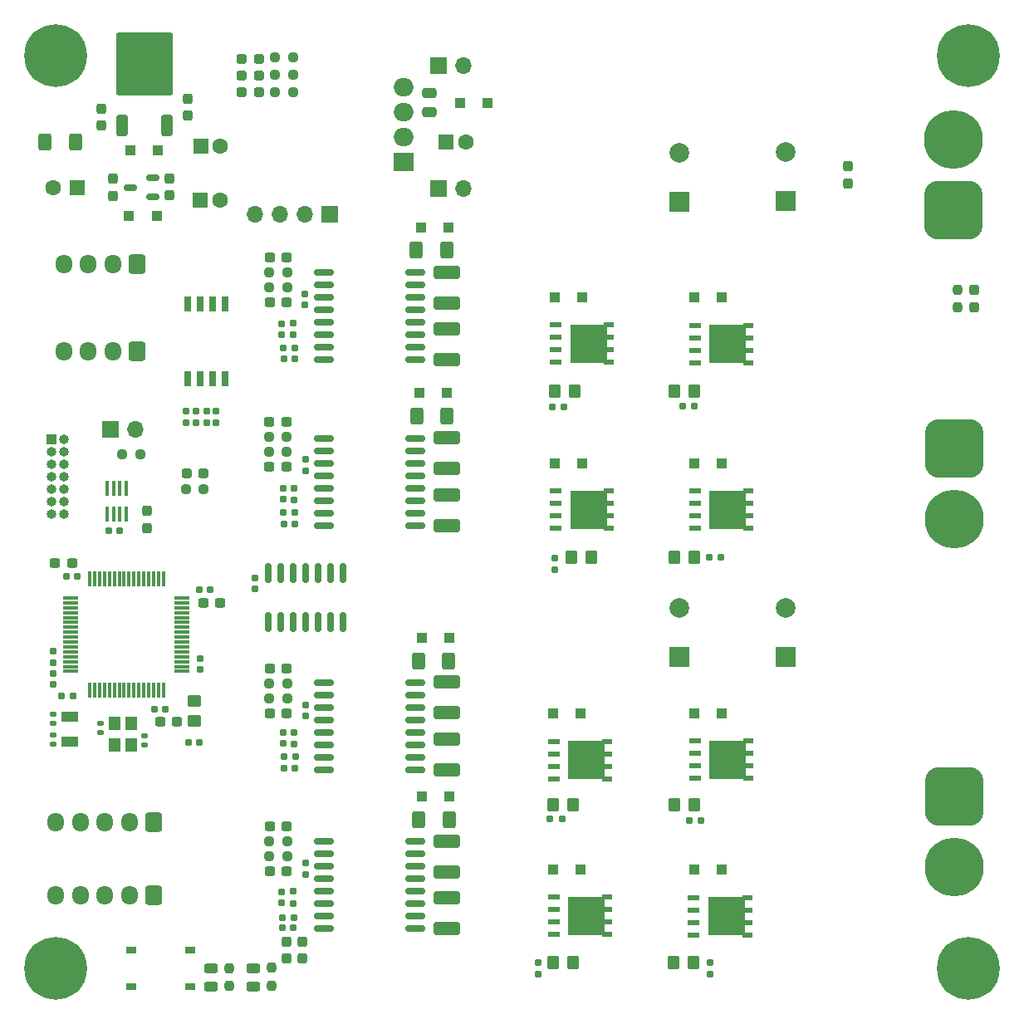
<source format=gts>
%TF.GenerationSoftware,KiCad,Pcbnew,7.0.9*%
%TF.CreationDate,2024-10-14T12:04:04+09:00*%
%TF.ProjectId,schematic_MD,73636865-6d61-4746-9963-5f4d442e6b69,rev?*%
%TF.SameCoordinates,PX5a53c78PY8528228*%
%TF.FileFunction,Soldermask,Top*%
%TF.FilePolarity,Negative*%
%FSLAX46Y46*%
G04 Gerber Fmt 4.6, Leading zero omitted, Abs format (unit mm)*
G04 Created by KiCad (PCBNEW 7.0.9) date 2024-10-14 12:04:04*
%MOMM*%
%LPD*%
G01*
G04 APERTURE LIST*
G04 Aperture macros list*
%AMRoundRect*
0 Rectangle with rounded corners*
0 $1 Rounding radius*
0 $2 $3 $4 $5 $6 $7 $8 $9 X,Y pos of 4 corners*
0 Add a 4 corners polygon primitive as box body*
4,1,4,$2,$3,$4,$5,$6,$7,$8,$9,$2,$3,0*
0 Add four circle primitives for the rounded corners*
1,1,$1+$1,$2,$3*
1,1,$1+$1,$4,$5*
1,1,$1+$1,$6,$7*
1,1,$1+$1,$8,$9*
0 Add four rect primitives between the rounded corners*
20,1,$1+$1,$2,$3,$4,$5,0*
20,1,$1+$1,$4,$5,$6,$7,0*
20,1,$1+$1,$6,$7,$8,$9,0*
20,1,$1+$1,$8,$9,$2,$3,0*%
G04 Aperture macros list end*
%ADD10R,1.270000X0.610000*%
%ADD11R,1.020000X0.610000*%
%ADD12R,3.810000X3.910000*%
%ADD13C,0.600000*%
%ADD14RoundRect,0.250000X0.350000X-0.850000X0.350000X0.850000X-0.350000X0.850000X-0.350000X-0.850000X0*%
%ADD15RoundRect,0.249997X2.650003X-2.950003X2.650003X2.950003X-2.650003X2.950003X-2.650003X-2.950003X0*%
%ADD16RoundRect,0.237500X-0.250000X-0.237500X0.250000X-0.237500X0.250000X0.237500X-0.250000X0.237500X0*%
%ADD17RoundRect,0.237500X-0.287500X-0.237500X0.287500X-0.237500X0.287500X0.237500X-0.287500X0.237500X0*%
%ADD18R,1.700000X1.700000*%
%ADD19O,1.700000X1.700000*%
%ADD20RoundRect,0.237500X0.237500X-0.300000X0.237500X0.300000X-0.237500X0.300000X-0.237500X-0.300000X0*%
%ADD21RoundRect,0.160000X-0.160000X0.197500X-0.160000X-0.197500X0.160000X-0.197500X0.160000X0.197500X0*%
%ADD22R,0.760000X1.600000*%
%ADD23RoundRect,0.237500X-0.237500X0.250000X-0.237500X-0.250000X0.237500X-0.250000X0.237500X0.250000X0*%
%ADD24RoundRect,0.243750X-0.456250X0.243750X-0.456250X-0.243750X0.456250X-0.243750X0.456250X0.243750X0*%
%ADD25RoundRect,0.237500X0.300000X0.237500X-0.300000X0.237500X-0.300000X-0.237500X0.300000X-0.237500X0*%
%ADD26RoundRect,0.250000X-1.100000X0.412500X-1.100000X-0.412500X1.100000X-0.412500X1.100000X0.412500X0*%
%ADD27RoundRect,0.250000X-0.450000X0.350000X-0.450000X-0.350000X0.450000X-0.350000X0.450000X0.350000X0*%
%ADD28RoundRect,0.155000X0.212500X0.155000X-0.212500X0.155000X-0.212500X-0.155000X0.212500X-0.155000X0*%
%ADD29RoundRect,0.250000X-0.300000X-0.300000X0.300000X-0.300000X0.300000X0.300000X-0.300000X0.300000X0*%
%ADD30RoundRect,0.075000X0.075000X-0.700000X0.075000X0.700000X-0.075000X0.700000X-0.075000X-0.700000X0*%
%ADD31RoundRect,0.075000X0.700000X-0.075000X0.700000X0.075000X-0.700000X0.075000X-0.700000X-0.075000X0*%
%ADD32RoundRect,0.237500X0.250000X0.237500X-0.250000X0.237500X-0.250000X-0.237500X0.250000X-0.237500X0*%
%ADD33R,1.600000X1.600000*%
%ADD34C,1.600000*%
%ADD35RoundRect,0.155000X-0.212500X-0.155000X0.212500X-0.155000X0.212500X0.155000X-0.212500X0.155000X0*%
%ADD36RoundRect,0.140000X-0.170000X0.140000X-0.170000X-0.140000X0.170000X-0.140000X0.170000X0.140000X0*%
%ADD37RoundRect,0.250000X-0.400000X-0.625000X0.400000X-0.625000X0.400000X0.625000X-0.400000X0.625000X0*%
%ADD38R,0.400000X1.560000*%
%ADD39RoundRect,0.250000X-0.475000X0.250000X-0.475000X-0.250000X0.475000X-0.250000X0.475000X0.250000X0*%
%ADD40R,1.000000X1.000000*%
%ADD41O,1.000000X1.000000*%
%ADD42R,1.000000X0.750000*%
%ADD43RoundRect,0.160000X0.197500X0.160000X-0.197500X0.160000X-0.197500X-0.160000X0.197500X-0.160000X0*%
%ADD44RoundRect,0.155000X-0.155000X0.212500X-0.155000X-0.212500X0.155000X-0.212500X0.155000X0.212500X0*%
%ADD45RoundRect,0.150000X0.150000X-0.825000X0.150000X0.825000X-0.150000X0.825000X-0.150000X-0.825000X0*%
%ADD46R,1.200000X1.400000*%
%ADD47RoundRect,0.250000X0.300000X0.300000X-0.300000X0.300000X-0.300000X-0.300000X0.300000X-0.300000X0*%
%ADD48RoundRect,0.250000X-0.350000X-0.450000X0.350000X-0.450000X0.350000X0.450000X-0.350000X0.450000X0*%
%ADD49R,2.000000X2.000000*%
%ADD50C,2.000000*%
%ADD51RoundRect,0.150000X-0.875000X-0.150000X0.875000X-0.150000X0.875000X0.150000X-0.875000X0.150000X0*%
%ADD52RoundRect,0.155000X0.155000X-0.212500X0.155000X0.212500X-0.155000X0.212500X-0.155000X-0.212500X0*%
%ADD53RoundRect,0.250000X0.350000X0.450000X-0.350000X0.450000X-0.350000X-0.450000X0.350000X-0.450000X0*%
%ADD54RoundRect,0.237500X0.237500X-0.287500X0.237500X0.287500X-0.237500X0.287500X-0.237500X-0.287500X0*%
%ADD55RoundRect,0.237500X-0.237500X0.300000X-0.237500X-0.300000X0.237500X-0.300000X0.237500X0.300000X0*%
%ADD56RoundRect,0.150000X0.512500X0.150000X-0.512500X0.150000X-0.512500X-0.150000X0.512500X-0.150000X0*%
%ADD57RoundRect,1.500000X-1.500000X1.500000X-1.500000X-1.500000X1.500000X-1.500000X1.500000X1.500000X0*%
%ADD58C,6.000000*%
%ADD59RoundRect,0.250000X0.600000X0.725000X-0.600000X0.725000X-0.600000X-0.725000X0.600000X-0.725000X0*%
%ADD60O,1.700000X1.950000*%
%ADD61C,0.800000*%
%ADD62C,6.400000*%
%ADD63R,1.800000X1.000000*%
%ADD64RoundRect,0.160000X-0.197500X-0.160000X0.197500X-0.160000X0.197500X0.160000X-0.197500X0.160000X0*%
%ADD65R,2.000000X1.905000*%
%ADD66O,2.000000X1.905000*%
%ADD67RoundRect,0.140000X0.170000X-0.140000X0.170000X0.140000X-0.170000X0.140000X-0.170000X-0.140000X0*%
%ADD68RoundRect,0.237500X0.237500X-0.250000X0.237500X0.250000X-0.237500X0.250000X-0.237500X-0.250000X0*%
%ADD69RoundRect,0.237500X-0.300000X-0.237500X0.300000X-0.237500X0.300000X0.237500X-0.300000X0.237500X0*%
%ADD70RoundRect,1.500000X1.500000X-1.500000X1.500000X1.500000X-1.500000X1.500000X-1.500000X-1.500000X0*%
%ADD71RoundRect,0.250000X0.400000X0.625000X-0.400000X0.625000X-0.400000X-0.625000X0.400000X-0.625000X0*%
G04 APERTURE END LIST*
D10*
%TO.C,Q6*%
X68645000Y69045000D03*
X68645000Y67775000D03*
X68645000Y66505000D03*
X68645000Y65235000D03*
D11*
X74110000Y67775000D03*
X74110000Y69045000D03*
X74110000Y65235000D03*
D12*
X72005000Y67140000D03*
D11*
X74110000Y66505000D03*
%TD*%
D10*
%TO.C,Q5*%
X68645000Y26670000D03*
X68645000Y25400000D03*
X68645000Y24130000D03*
X68645000Y22860000D03*
D11*
X74110000Y25400000D03*
X74110000Y26670000D03*
X74110000Y22860000D03*
D12*
X72005000Y24765000D03*
D11*
X74110000Y24130000D03*
%TD*%
D10*
%TO.C,Q2*%
X68650000Y52170000D03*
X68650000Y50900000D03*
X68650000Y49630000D03*
X68650000Y48360000D03*
D11*
X74115000Y50900000D03*
X74115000Y52170000D03*
X74115000Y48360000D03*
D12*
X72010000Y50265000D03*
D11*
X74115000Y49630000D03*
%TD*%
D10*
%TO.C,Q1*%
X68550000Y10705000D03*
X68550000Y9435000D03*
X68550000Y8165000D03*
X68550000Y6895000D03*
D11*
X74015000Y9435000D03*
X74015000Y10705000D03*
X74015000Y6895000D03*
D12*
X71910000Y8800000D03*
D11*
X74015000Y8165000D03*
%TD*%
D10*
%TO.C,Q8*%
X54445000Y69070000D03*
X54445000Y67800000D03*
X54445000Y66530000D03*
X54445000Y65260000D03*
D12*
X57805000Y67165000D03*
D11*
X59910000Y69070000D03*
X59910000Y67800000D03*
X59910000Y66530000D03*
X59910000Y65260000D03*
%TD*%
D10*
%TO.C,Q7*%
X54245000Y26640000D03*
X54245000Y25370000D03*
X54245000Y24100000D03*
X54245000Y22830000D03*
D12*
X57605000Y24735000D03*
D11*
X59710000Y26640000D03*
X59710000Y25370000D03*
X59710000Y24100000D03*
X59710000Y22830000D03*
%TD*%
D10*
%TO.C,Q4*%
X54445000Y52170000D03*
X54445000Y50900000D03*
X54445000Y49630000D03*
X54445000Y48360000D03*
D12*
X57805000Y50265000D03*
D11*
X59910000Y52170000D03*
X59910000Y50900000D03*
X59910000Y49630000D03*
X59910000Y48360000D03*
%TD*%
D10*
%TO.C,Q3*%
X54250000Y10735000D03*
X54250000Y9465000D03*
X54250000Y8195000D03*
X54250000Y6925000D03*
D12*
X57610000Y8830000D03*
D11*
X59715000Y10735000D03*
X59715000Y9465000D03*
X59715000Y8195000D03*
X59715000Y6925000D03*
%TD*%
D13*
%TO.C,U8*%
X11366000Y98048200D03*
D14*
X14846000Y89408200D03*
D15*
X12566000Y95708200D03*
D14*
X10286000Y89408200D03*
%TD*%
D16*
%TO.C,R50*%
X16752500Y52325000D03*
X18577500Y52325000D03*
%TD*%
D17*
%TO.C,D22*%
X16822500Y53925000D03*
X18572500Y53925000D03*
%TD*%
D18*
%TO.C,J8*%
X31435000Y80325000D03*
D19*
X28895000Y80325000D03*
X26355000Y80325000D03*
X23815000Y80325000D03*
%TD*%
D20*
%TO.C,C61*%
X27065000Y4512500D03*
X27065000Y6237500D03*
%TD*%
%TO.C,C60*%
X28615000Y4512500D03*
X28615000Y6237500D03*
%TD*%
D21*
%TO.C,R49*%
X16765000Y60322500D03*
X16765000Y59127500D03*
%TD*%
%TO.C,R48*%
X17815000Y60322500D03*
X17815000Y59127500D03*
%TD*%
%TO.C,R47*%
X18865000Y60322500D03*
X18865000Y59127500D03*
%TD*%
%TO.C,R46*%
X19867500Y60322500D03*
X19867500Y59127500D03*
%TD*%
D22*
%TO.C,SW2*%
X16975000Y63605000D03*
X18245000Y63605000D03*
X19515000Y63605000D03*
X20785000Y63605000D03*
X20785000Y71225000D03*
X19515000Y71225000D03*
X18245000Y71225000D03*
X16975000Y71225000D03*
%TD*%
D23*
%TO.C,R45*%
X25530000Y3530500D03*
X25530000Y1705500D03*
%TD*%
D24*
%TO.C,D20*%
X23680000Y3505500D03*
X23680000Y1630500D03*
%TD*%
D25*
%TO.C,C54*%
X26997000Y59228000D03*
X25272000Y59228000D03*
%TD*%
D26*
%TO.C,C15*%
X43400000Y32662500D03*
X43400000Y29537500D03*
%TD*%
D21*
%TO.C,R26*%
X52700000Y4097500D03*
X52700000Y2902500D03*
%TD*%
D27*
%TO.C,L2*%
X17666000Y28708200D03*
X17666000Y30708200D03*
%TD*%
D28*
%TO.C,C28*%
X5227500Y31241200D03*
X4092500Y31241200D03*
%TD*%
D29*
%TO.C,D21*%
X44697000Y91740000D03*
X47497000Y91740000D03*
%TD*%
D30*
%TO.C,U6*%
X6966000Y31833200D03*
X7466000Y31833200D03*
X7966000Y31833200D03*
X8466000Y31833200D03*
X8966000Y31833200D03*
X9466000Y31833200D03*
X9966000Y31833200D03*
X10466000Y31833200D03*
X10966000Y31833200D03*
X11466000Y31833200D03*
X11966000Y31833200D03*
X12466000Y31833200D03*
X12966000Y31833200D03*
X13466000Y31833200D03*
X13966000Y31833200D03*
X14466000Y31833200D03*
D31*
X16391000Y33758200D03*
X16391000Y34258200D03*
X16391000Y34758200D03*
X16391000Y35258200D03*
X16391000Y35758200D03*
X16391000Y36258200D03*
X16391000Y36758200D03*
X16391000Y37258200D03*
X16391000Y37758200D03*
X16391000Y38258200D03*
X16391000Y38758200D03*
X16391000Y39258200D03*
X16391000Y39758200D03*
X16391000Y40258200D03*
X16391000Y40758200D03*
X16391000Y41258200D03*
D30*
X14466000Y43183200D03*
X13966000Y43183200D03*
X13466000Y43183200D03*
X12966000Y43183200D03*
X12466000Y43183200D03*
X11966000Y43183200D03*
X11466000Y43183200D03*
X10966000Y43183200D03*
X10466000Y43183200D03*
X9966000Y43183200D03*
X9466000Y43183200D03*
X8966000Y43183200D03*
X8466000Y43183200D03*
X7966000Y43183200D03*
X7466000Y43183200D03*
X6966000Y43183200D03*
D31*
X5041000Y41258200D03*
X5041000Y40758200D03*
X5041000Y40258200D03*
X5041000Y39758200D03*
X5041000Y39258200D03*
X5041000Y38758200D03*
X5041000Y38258200D03*
X5041000Y37758200D03*
X5041000Y37258200D03*
X5041000Y36758200D03*
X5041000Y36258200D03*
X5041000Y35758200D03*
X5041000Y35258200D03*
X5041000Y34758200D03*
X5041000Y34258200D03*
X5041000Y33758200D03*
%TD*%
D32*
%TO.C,R16*%
X27666500Y92808000D03*
X25841500Y92808000D03*
%TD*%
D25*
%TO.C,C52*%
X26997000Y54656000D03*
X25272000Y54656000D03*
%TD*%
%TO.C,C53*%
X27020500Y17953000D03*
X25295500Y17953000D03*
%TD*%
D33*
%TO.C,C8*%
X18266000Y87320700D03*
D34*
X20266000Y87320700D03*
%TD*%
D35*
%TO.C,C29*%
X16997500Y26525000D03*
X18132500Y26525000D03*
%TD*%
D36*
%TO.C,C42*%
X3266000Y29388200D03*
X3266000Y28428200D03*
%TD*%
D37*
%TO.C,R5*%
X40450000Y34800000D03*
X43550000Y34800000D03*
%TD*%
D29*
%TO.C,D18*%
X10978500Y80208200D03*
X13778500Y80208200D03*
%TD*%
D36*
%TO.C,C32*%
X8100000Y27528200D03*
X8100000Y28488200D03*
%TD*%
D16*
%TO.C,R43*%
X25245500Y74468000D03*
X27070500Y74468000D03*
%TD*%
D38*
%TO.C,U7*%
X8736000Y49758200D03*
X9386000Y49758200D03*
X10046000Y49758200D03*
X10696000Y49758200D03*
X10696000Y52458200D03*
X10046000Y52458200D03*
X9386000Y52458200D03*
X8736000Y52458200D03*
%TD*%
D39*
%TO.C,C43*%
X41600000Y92700000D03*
X41600000Y90800000D03*
%TD*%
D40*
%TO.C,J7*%
X3046000Y57448200D03*
D41*
X4316000Y57448200D03*
X3046000Y56178200D03*
X4316000Y56178200D03*
X3046000Y54908200D03*
X4316000Y54908200D03*
X3046000Y53638200D03*
X4316000Y53638200D03*
X3046000Y52368200D03*
X4316000Y52368200D03*
X3046000Y51098200D03*
X4316000Y51098200D03*
X3046000Y49828200D03*
X4316000Y49828200D03*
%TD*%
D26*
%TO.C,C21*%
X43400000Y74462500D03*
X43400000Y71337500D03*
%TD*%
D42*
%TO.C,SW1*%
X17220000Y1625000D03*
X11220000Y1625000D03*
X17220000Y5375000D03*
X11220000Y5375000D03*
%TD*%
D21*
%TO.C,R27*%
X54400000Y45300000D03*
X54400000Y44105000D03*
%TD*%
D20*
%TO.C,C26*%
X84300000Y83537500D03*
X84300000Y85262500D03*
%TD*%
D28*
%TO.C,C40*%
X5713500Y43408200D03*
X4578500Y43408200D03*
%TD*%
D43*
%TO.C,R35*%
X27898500Y66736000D03*
X26703500Y66736000D03*
%TD*%
D44*
%TO.C,C37*%
X18236000Y35075700D03*
X18236000Y33940700D03*
%TD*%
D26*
%TO.C,C25*%
X43400000Y68662500D03*
X43400000Y65537500D03*
%TD*%
D43*
%TO.C,R30*%
X55100000Y18700000D03*
X53905000Y18700000D03*
%TD*%
D45*
%TO.C,U11*%
X25120000Y38800000D03*
X26390000Y38800000D03*
X27660000Y38800000D03*
X28930000Y38800000D03*
X30200000Y38800000D03*
X31470000Y38800000D03*
X32740000Y38800000D03*
X32740000Y43750000D03*
X31470000Y43750000D03*
X30200000Y43750000D03*
X28930000Y43750000D03*
X27660000Y43750000D03*
X26390000Y43750000D03*
X25120000Y43750000D03*
%TD*%
D26*
%TO.C,C23*%
X43400000Y57562500D03*
X43400000Y54437500D03*
%TD*%
D46*
%TO.C,Y1*%
X11166000Y28458200D03*
X11166000Y26258200D03*
X9466000Y26258200D03*
X9466000Y28458200D03*
%TD*%
D35*
%TO.C,C39*%
X18130000Y42090200D03*
X19265000Y42090200D03*
%TD*%
D26*
%TO.C,C19*%
X43400000Y26862500D03*
X43400000Y23737500D03*
%TD*%
D47*
%TO.C,D13*%
X57005000Y13565000D03*
X54205000Y13565000D03*
%TD*%
D37*
%TO.C,R4*%
X40500000Y18635000D03*
X43600000Y18635000D03*
%TD*%
D32*
%TO.C,R15*%
X12108500Y55873004D03*
X10283500Y55873004D03*
%TD*%
D48*
%TO.C,R9*%
X66600000Y45400000D03*
X68600000Y45400000D03*
%TD*%
D23*
%TO.C,R44*%
X21194000Y3529000D03*
X21194000Y1704000D03*
%TD*%
D16*
%TO.C,R40*%
X25245500Y31034000D03*
X27070500Y31034000D03*
%TD*%
D44*
%TO.C,C22*%
X28952000Y55350500D03*
X28952000Y54215500D03*
%TD*%
D25*
%TO.C,C31*%
X14116000Y28608200D03*
X15841000Y28608200D03*
%TD*%
D47*
%TO.C,D14*%
X57000000Y29500000D03*
X54200000Y29500000D03*
%TD*%
D49*
%TO.C,C10*%
X67100000Y81632323D03*
D50*
X67100000Y86632323D03*
%TD*%
D21*
%TO.C,R21*%
X27809000Y52459500D03*
X27809000Y51264500D03*
%TD*%
D17*
%TO.C,D8*%
X22450000Y96200000D03*
X24200000Y96200000D03*
%TD*%
D51*
%TO.C,U3*%
X30850000Y57545000D03*
X30850000Y56275000D03*
X30850000Y55005000D03*
X30850000Y53735000D03*
X30850000Y52465000D03*
X30850000Y51195000D03*
X30850000Y49925000D03*
X30850000Y48655000D03*
X40150000Y48655000D03*
X40150000Y49925000D03*
X40150000Y51195000D03*
X40150000Y52465000D03*
X40150000Y53735000D03*
X40150000Y55005000D03*
X40150000Y56275000D03*
X40150000Y57545000D03*
%TD*%
D52*
%TO.C,C33*%
X3216000Y32440700D03*
X3216000Y33575700D03*
%TD*%
D16*
%TO.C,R37*%
X25222000Y57704000D03*
X27047000Y57704000D03*
%TD*%
D18*
%TO.C,J9*%
X9086000Y58463004D03*
D19*
X11626000Y58463004D03*
%TD*%
D32*
%TO.C,R18*%
X27666500Y96327000D03*
X25841500Y96327000D03*
%TD*%
D16*
%TO.C,R41*%
X25245500Y32558000D03*
X27070500Y32558000D03*
%TD*%
D47*
%TO.C,D10*%
X71400000Y55000000D03*
X68600000Y55000000D03*
%TD*%
D43*
%TO.C,R28*%
X69300000Y18600000D03*
X68105000Y18600000D03*
%TD*%
D33*
%TO.C,C59*%
X43300000Y87700000D03*
D34*
X45300000Y87700000D03*
%TD*%
D51*
%TO.C,U4*%
X30850000Y32645000D03*
X30850000Y31375000D03*
X30850000Y30105000D03*
X30850000Y28835000D03*
X30850000Y27565000D03*
X30850000Y26295000D03*
X30850000Y25025000D03*
X30850000Y23755000D03*
X40150000Y23755000D03*
X40150000Y25025000D03*
X40150000Y26295000D03*
X40150000Y27565000D03*
X40150000Y28835000D03*
X40150000Y30105000D03*
X40150000Y31375000D03*
X40150000Y32645000D03*
%TD*%
D21*
%TO.C,R23*%
X27682000Y69313000D03*
X27682000Y68118000D03*
%TD*%
D48*
%TO.C,R2*%
X66505000Y4100000D03*
X68505000Y4100000D03*
%TD*%
D25*
%TO.C,C56*%
X27020500Y34082000D03*
X25295500Y34082000D03*
%TD*%
D43*
%TO.C,R33*%
X27898500Y49957000D03*
X26703500Y49957000D03*
%TD*%
D53*
%TO.C,R10*%
X58100000Y45400000D03*
X56100000Y45400000D03*
%TD*%
D54*
%TO.C,D17*%
X97100000Y70900000D03*
X97100000Y72650000D03*
%TD*%
D44*
%TO.C,C20*%
X28900000Y72241500D03*
X28900000Y71106500D03*
%TD*%
D26*
%TO.C,C24*%
X43400000Y51762500D03*
X43400000Y48637500D03*
%TD*%
D48*
%TO.C,R6*%
X66600000Y20200000D03*
X68600000Y20200000D03*
%TD*%
D55*
%TO.C,C3*%
X9316000Y83970700D03*
X9316000Y82245700D03*
%TD*%
D32*
%TO.C,R17*%
X27666500Y94627000D03*
X25841500Y94627000D03*
%TD*%
D47*
%TO.C,D4*%
X43500000Y79000000D03*
X40700000Y79000000D03*
%TD*%
D52*
%TO.C,C47*%
X26666000Y26402500D03*
X26666000Y27537500D03*
%TD*%
D56*
%TO.C,U2*%
X13353500Y82158200D03*
X13353500Y84058200D03*
X11078500Y83108200D03*
%TD*%
D18*
%TO.C,J10*%
X42525000Y95500000D03*
D19*
X45065000Y95500000D03*
%TD*%
D25*
%TO.C,C58*%
X27020500Y75992000D03*
X25295500Y75992000D03*
%TD*%
D57*
%TO.C,J1*%
X95100000Y21000000D03*
D58*
X95100000Y13800000D03*
%TD*%
D37*
%TO.C,R13*%
X40250000Y76700000D03*
X43350000Y76700000D03*
%TD*%
D16*
%TO.C,R36*%
X25245500Y16429000D03*
X27070500Y16429000D03*
%TD*%
D59*
%TO.C,J6*%
X13500000Y10900000D03*
D60*
X11000000Y10900000D03*
X8500000Y10900000D03*
X6000000Y10900000D03*
X3500000Y10900000D03*
%TD*%
D47*
%TO.C,D3*%
X43400000Y62200000D03*
X40600000Y62200000D03*
%TD*%
D25*
%TO.C,C55*%
X27047000Y29510000D03*
X25322000Y29510000D03*
%TD*%
D61*
%TO.C,H1*%
X1100000Y96500000D03*
X1802944Y98197056D03*
X1802944Y94802944D03*
X3500000Y98900000D03*
D62*
X3500000Y96500000D03*
D61*
X3500000Y94100000D03*
X5197056Y98197056D03*
X5197056Y94802944D03*
X5900000Y96500000D03*
%TD*%
D63*
%TO.C,Y2*%
X4916000Y29108200D03*
X4916000Y26608200D03*
%TD*%
D21*
%TO.C,R24*%
X70200000Y4100000D03*
X70200000Y2905000D03*
%TD*%
D53*
%TO.C,R12*%
X56400000Y62300000D03*
X54400000Y62300000D03*
%TD*%
D64*
%TO.C,R25*%
X70105000Y45400000D03*
X71300000Y45400000D03*
%TD*%
D47*
%TO.C,D16*%
X57200000Y71900000D03*
X54400000Y71900000D03*
%TD*%
D65*
%TO.C,U9*%
X38945000Y85690000D03*
D66*
X38945000Y88230000D03*
X38945000Y90770000D03*
X38945000Y93310000D03*
%TD*%
D53*
%TO.C,R3*%
X56205000Y4100000D03*
X54205000Y4100000D03*
%TD*%
D17*
%TO.C,D7*%
X22450000Y94500000D03*
X24200000Y94500000D03*
%TD*%
D47*
%TO.C,D12*%
X71395000Y71900000D03*
X68595000Y71900000D03*
%TD*%
D33*
%TO.C,C2*%
X5716000Y83108200D03*
D34*
X3216000Y83108200D03*
%TD*%
D43*
%TO.C,R34*%
X27936000Y25065000D03*
X26741000Y25065000D03*
%TD*%
D28*
%TO.C,C45*%
X27868500Y23930000D03*
X26733500Y23930000D03*
%TD*%
D29*
%TO.C,D5*%
X11100000Y86900000D03*
X13900000Y86900000D03*
%TD*%
D59*
%TO.C,J11*%
X11800000Y66410000D03*
D60*
X9300000Y66410000D03*
X6800000Y66410000D03*
X4300000Y66410000D03*
%TD*%
D53*
%TO.C,R7*%
X56200000Y20200000D03*
X54200000Y20200000D03*
%TD*%
D43*
%TO.C,R31*%
X55295000Y60700000D03*
X54100000Y60700000D03*
%TD*%
%TO.C,R29*%
X68600000Y60800000D03*
X67405000Y60800000D03*
%TD*%
D44*
%TO.C,C16*%
X28952000Y14202500D03*
X28952000Y13067500D03*
%TD*%
D28*
%TO.C,C44*%
X27868500Y48814000D03*
X26733500Y48814000D03*
%TD*%
D67*
%TO.C,C41*%
X3266000Y26328200D03*
X3266000Y27288200D03*
%TD*%
D43*
%TO.C,R32*%
X27771500Y8682000D03*
X26576500Y8682000D03*
%TD*%
D20*
%TO.C,C7*%
X8136000Y89408200D03*
X8136000Y91133200D03*
%TD*%
D37*
%TO.C,R8*%
X40300000Y59800000D03*
X43400000Y59800000D03*
%TD*%
D61*
%TO.C,H3*%
X94100000Y96500000D03*
X94802944Y98197056D03*
X94802944Y94802944D03*
X96500000Y98900000D03*
D62*
X96500000Y96500000D03*
D61*
X96500000Y94100000D03*
X98197056Y98197056D03*
X98197056Y94802944D03*
X98900000Y96500000D03*
%TD*%
D17*
%TO.C,D6*%
X22450000Y92800000D03*
X24200000Y92800000D03*
%TD*%
D25*
%TO.C,C57*%
X27020500Y71420000D03*
X25295500Y71420000D03*
%TD*%
D68*
%TO.C,R19*%
X95449000Y70862500D03*
X95449000Y72687500D03*
%TD*%
D16*
%TO.C,R42*%
X25245500Y72944000D03*
X27070500Y72944000D03*
%TD*%
D55*
%TO.C,C4*%
X15116000Y84008200D03*
X15116000Y82283200D03*
%TD*%
D21*
%TO.C,R14*%
X3216000Y35835700D03*
X3216000Y34640700D03*
%TD*%
D52*
%TO.C,C48*%
X26539000Y68073500D03*
X26539000Y69208500D03*
%TD*%
D69*
%TO.C,C36*%
X18553500Y40718200D03*
X20278500Y40718200D03*
%TD*%
D33*
%TO.C,C9*%
X18216000Y81770700D03*
D34*
X20216000Y81770700D03*
%TD*%
D52*
%TO.C,C50*%
X26666000Y51294500D03*
X26666000Y52429500D03*
%TD*%
D48*
%TO.C,R11*%
X66600000Y62300000D03*
X68600000Y62300000D03*
%TD*%
D20*
%TO.C,C30*%
X12800000Y48400000D03*
X12800000Y50125000D03*
%TD*%
D24*
%TO.C,D19*%
X19315000Y3512500D03*
X19315000Y1637500D03*
%TD*%
D26*
%TO.C,C18*%
X43400000Y16462500D03*
X43400000Y13337500D03*
%TD*%
D51*
%TO.C,U5*%
X30850000Y74445000D03*
X30850000Y73175000D03*
X30850000Y71905000D03*
X30850000Y70635000D03*
X30850000Y69365000D03*
X30850000Y68095000D03*
X30850000Y66825000D03*
X30850000Y65555000D03*
X40150000Y65555000D03*
X40150000Y66825000D03*
X40150000Y68095000D03*
X40150000Y69365000D03*
X40150000Y70635000D03*
X40150000Y71905000D03*
X40150000Y73175000D03*
X40150000Y74445000D03*
%TD*%
D21*
%TO.C,R20*%
X27682000Y11325000D03*
X27682000Y10130000D03*
%TD*%
D47*
%TO.C,D1*%
X43600000Y21010000D03*
X40800000Y21010000D03*
%TD*%
D44*
%TO.C,C13*%
X23790000Y43300000D03*
X23790000Y42165000D03*
%TD*%
D16*
%TO.C,R38*%
X25245500Y14905000D03*
X27070500Y14905000D03*
%TD*%
D57*
%TO.C,J2*%
X95100000Y56500000D03*
D58*
X95100000Y49300000D03*
%TD*%
D28*
%TO.C,C46*%
X27868500Y65593000D03*
X26733500Y65593000D03*
%TD*%
%TO.C,C5*%
X10033500Y48138200D03*
X8898500Y48138200D03*
%TD*%
D25*
%TO.C,C51*%
X27044000Y13381000D03*
X25319000Y13381000D03*
%TD*%
D44*
%TO.C,C14*%
X29000000Y30331500D03*
X29000000Y29196500D03*
%TD*%
D52*
%TO.C,C49*%
X26539000Y10146500D03*
X26539000Y11281500D03*
%TD*%
D47*
%TO.C,D11*%
X71400000Y29500000D03*
X68600000Y29500000D03*
%TD*%
%TO.C,D15*%
X57200000Y55000000D03*
X54400000Y55000000D03*
%TD*%
D26*
%TO.C,C17*%
X43400000Y10662500D03*
X43400000Y7537500D03*
%TD*%
D20*
%TO.C,C6*%
X16986000Y90437500D03*
X16986000Y92162500D03*
%TD*%
D25*
%TO.C,C38*%
X5166000Y44788200D03*
X3441000Y44788200D03*
%TD*%
D28*
%TO.C,C34*%
X14672500Y29890200D03*
X13537500Y29890200D03*
%TD*%
D49*
%TO.C,C1*%
X77900000Y81732323D03*
D50*
X77900000Y86732323D03*
%TD*%
D49*
%TO.C,C12*%
X67100000Y35200000D03*
D50*
X67100000Y40200000D03*
%TD*%
D70*
%TO.C,J3*%
X95000000Y80800000D03*
D58*
X95000000Y88000000D03*
%TD*%
D51*
%TO.C,U1*%
X30850000Y16445000D03*
X30850000Y15175000D03*
X30850000Y13905000D03*
X30850000Y12635000D03*
X30850000Y11365000D03*
X30850000Y10095000D03*
X30850000Y8825000D03*
X30850000Y7555000D03*
X40150000Y7555000D03*
X40150000Y8825000D03*
X40150000Y10095000D03*
X40150000Y11365000D03*
X40150000Y12635000D03*
X40150000Y13905000D03*
X40150000Y15175000D03*
X40150000Y16445000D03*
%TD*%
D59*
%TO.C,J4*%
X11800000Y75300000D03*
D60*
X9300000Y75300000D03*
X6800000Y75300000D03*
X4300000Y75300000D03*
%TD*%
D47*
%TO.C,D2*%
X43600000Y37200000D03*
X40800000Y37200000D03*
%TD*%
%TO.C,D9*%
X71400000Y13600000D03*
X68600000Y13600000D03*
%TD*%
D28*
%TO.C,C27*%
X27740500Y7603000D03*
X26605500Y7603000D03*
%TD*%
D36*
%TO.C,C35*%
X12566000Y26228200D03*
X12566000Y27188200D03*
%TD*%
D49*
%TO.C,C11*%
X77900000Y35200000D03*
D50*
X77900000Y40200000D03*
%TD*%
D71*
%TO.C,R1*%
X5516000Y87708200D03*
X2416000Y87708200D03*
%TD*%
D18*
%TO.C,J13*%
X42525000Y83000000D03*
D19*
X45065000Y83000000D03*
%TD*%
D21*
%TO.C,R22*%
X27809000Y27525000D03*
X27809000Y26330000D03*
%TD*%
D16*
%TO.C,R39*%
X25222000Y56180000D03*
X27047000Y56180000D03*
%TD*%
D61*
%TO.C,H4*%
X94100000Y3500000D03*
X94802944Y5197056D03*
X94802944Y1802944D03*
X96500000Y5900000D03*
D62*
X96500000Y3500000D03*
D61*
X96500000Y1100000D03*
X98197056Y5197056D03*
X98197056Y1802944D03*
X98900000Y3500000D03*
%TD*%
D59*
%TO.C,J5*%
X13500000Y18400000D03*
D60*
X11000000Y18400000D03*
X8500000Y18400000D03*
X6000000Y18400000D03*
X3500000Y18400000D03*
%TD*%
D61*
%TO.C,H2*%
X1100000Y3500000D03*
X1802944Y5197056D03*
X1802944Y1802944D03*
X3500000Y5900000D03*
D62*
X3500000Y3500000D03*
D61*
X3500000Y1100000D03*
X5197056Y5197056D03*
X5197056Y1802944D03*
X5900000Y3500000D03*
%TD*%
M02*

</source>
